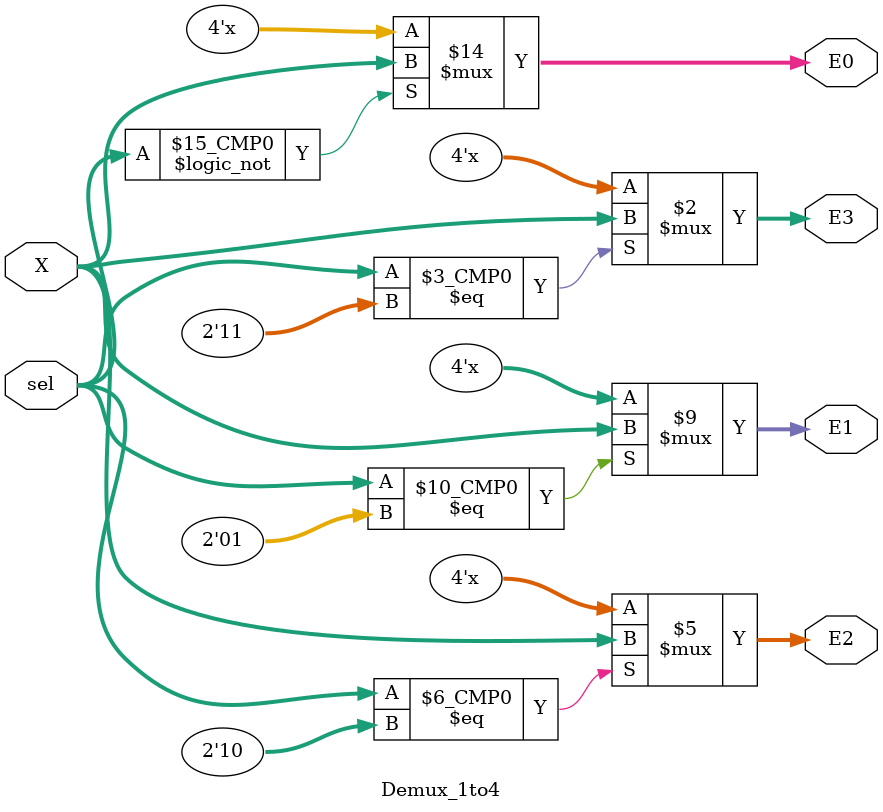
<source format=sv>
`timescale 1ns / 1ps


module Demux_1to4#(parameter ancho = 4)(
output reg [ancho-1:0] E0,
output reg [ancho-1:0] E1,
output reg [ancho-1:0] E2,
output reg [ancho-1:0] E3,
input logic [1:0]sel,
input logic[ancho-1:0] X
    );
    always @(E0 or E1 or E2 or E3 or sel) begin
    case (sel)
        2'b00:  E0 <= X;
        2'b01:  E1 <= X;
        2'b10:  E2 <= X;
        2'b11:  E3 <= X;
    endcase
end
endmodule

</source>
